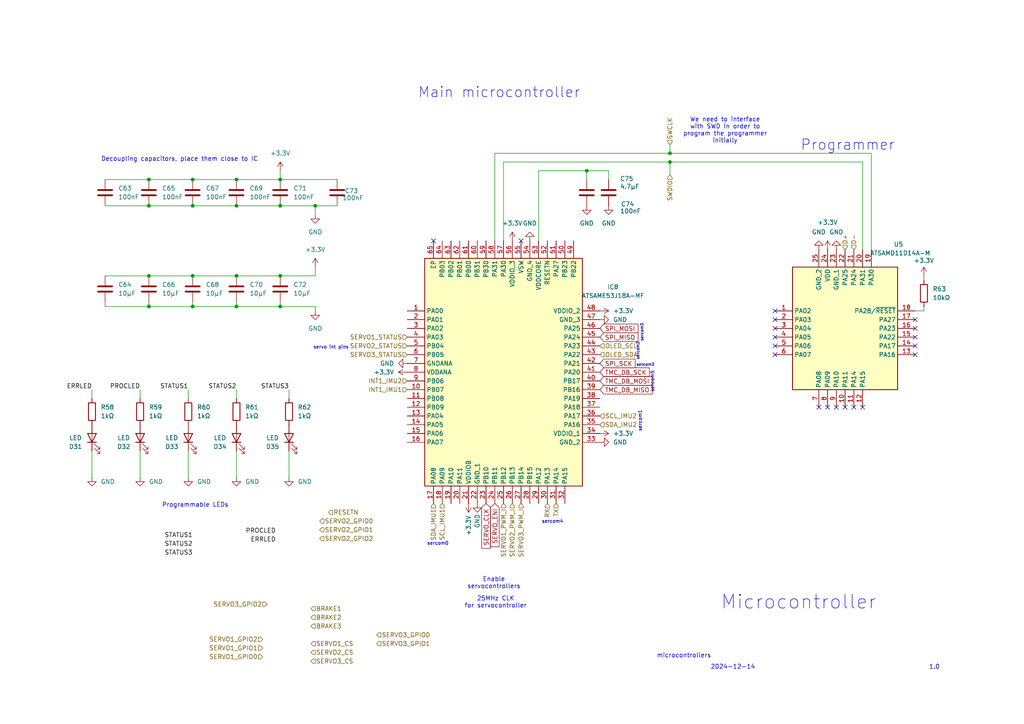
<source format=kicad_sch>
(kicad_sch (version 20231120) (generator "eeschema") (generator_version "8.0")
  (paper "A4")
  (lib_symbols
    (symbol "ATSAMD11D14A-MNT:ATSAMD11D14A-MNT"
      (property "Reference" "IC" (at 36.83 17.78 0))
      (property "Value" "ATSAMD11D14A-MNT" (at 36.83 15.24 0))
      (symbol "ATSAMD11D14A-MNT_1_1"
        (rectangle (start 5.08 12.7) (end 35.56 -22.86) (stroke (width 0.254)) (fill (type background)))
        (pin bidirectional line (at 0 0 0) (length 5.08) (name "PA02") (number "1"))
        (pin bidirectional line (at 20.32 -27.94 90) (length 5.08) (name "PA11") (number "10"))
        (pin bidirectional line (at 22.86 -27.94 90) (length 5.08) (name "PA14") (number "11"))
        (pin bidirectional line (at 25.4 -27.94 90) (length 5.08) (name "PA15") (number "12"))
        (pin bidirectional line (at 40.64 -12.7 180) (length 5.08) (name "PA16") (number "13"))
        (pin bidirectional line (at 40.64 -10.16 180) (length 5.08) (name "PA17") (number "14"))
        (pin bidirectional line (at 40.64 -7.62 180) (length 5.08) (name "PA22") (number "15"))
        (pin bidirectional line (at 40.64 -5.08 180) (length 5.08) (name "PA23") (number "16"))
        (pin bidirectional line (at 40.64 -2.54 180) (length 5.08) (name "PA27") (number "17"))
        (pin bidirectional line (at 40.64 0 180) (length 5.08) (name "PA28/~{RESET}") (number "18"))
        (pin bidirectional line (at 27.94 17.78 270) (length 5.08) (name "PA30") (number "19"))
        (pin bidirectional line (at 0 -2.54 0) (length 5.08) (name "PA03") (number "2"))
        (pin bidirectional line (at 25.4 17.78 270) (length 5.08) (name "PA31") (number "20"))
        (pin bidirectional line (at 22.86 17.78 270) (length 5.08) (name "PA24") (number "21"))
        (pin bidirectional line (at 20.32 17.78 270) (length 5.08) (name "PA25") (number "22"))
        (pin power_in line (at 17.78 17.78 270) (length 5.08) (name "GND_1") (number "23"))
        (pin bidirectional line (at 15.24 17.78 270) (length 5.08) (name "VDD") (number "24"))
        (pin power_in line (at 12.7 17.78 270) (length 5.08) (name "GND_2") (number "25"))
        (pin bidirectional line (at 0 -5.08 0) (length 5.08) (name "PA04") (number "3"))
        (pin bidirectional line (at 0 -7.62 0) (length 5.08) (name "PA05") (number "4"))
        (pin bidirectional line (at 0 -10.16 0) (length 5.08) (name "PA06") (number "5"))
        (pin bidirectional line (at 0 -12.7 0) (length 5.08) (name "PA07") (number "6"))
        (pin bidirectional line (at 12.7 -27.94 90) (length 5.08) (name "PA08") (number "7"))
        (pin bidirectional line (at 15.24 -27.94 90) (length 5.08) (name "PA09") (number "8"))
        (pin bidirectional line (at 17.78 -27.94 90) (length 5.08) (name "PA10") (number "9"))
      )
    )
    (symbol "ATSAME53J18A-MF:ATSAME53J18A-MF"
      (property "Reference" "IC" (at 52.07 20.32 0))
      (property "Value" "ATSAME53J18A-MF" (at 52.07 17.78 0))
      (symbol "ATSAME53J18A-MF_1_1"
        (rectangle (start 5.08 15.24) (end 50.8 -50.8) (stroke (width 0.254)) (fill (type background)))
        (pin passive line (at 0 0 0) (length 5.08) (name "PA00") (number "1"))
        (pin passive line (at 0 -22.86 0) (length 5.08) (name "PB07") (number "10"))
        (pin passive line (at 0 -25.4 0) (length 5.08) (name "PB08") (number "11"))
        (pin passive line (at 0 -27.94 0) (length 5.08) (name "PB09") (number "12"))
        (pin passive line (at 0 -30.48 0) (length 5.08) (name "PA04") (number "13"))
        (pin passive line (at 0 -33.02 0) (length 5.08) (name "PA05") (number "14"))
        (pin passive line (at 0 -35.56 0) (length 5.08) (name "PA06") (number "15"))
        (pin passive line (at 0 -38.1 0) (length 5.08) (name "PA07") (number "16"))
        (pin passive line (at 7.62 -55.88 90) (length 5.08) (name "PA08") (number "17"))
        (pin passive line (at 10.16 -55.88 90) (length 5.08) (name "PA09") (number "18"))
        (pin passive line (at 12.7 -55.88 90) (length 5.08) (name "PA10") (number "19"))
        (pin passive line (at 0 -2.54 0) (length 5.08) (name "PA01") (number "2"))
        (pin passive line (at 15.24 -55.88 90) (length 5.08) (name "PA11") (number "20"))
        (pin passive line (at 17.78 -55.88 90) (length 5.08) (name "VDDIOB") (number "21"))
        (pin passive line (at 20.32 -55.88 90) (length 5.08) (name "GND_1") (number "22"))
        (pin passive line (at 22.86 -55.88 90) (length 5.08) (name "PB10") (number "23"))
        (pin passive line (at 25.4 -55.88 90) (length 5.08) (name "PB11") (number "24"))
        (pin passive line (at 27.94 -55.88 90) (length 5.08) (name "PB12") (number "25"))
        (pin passive line (at 30.48 -55.88 90) (length 5.08) (name "PB13") (number "26"))
        (pin passive line (at 33.02 -55.88 90) (length 5.08) (name "PB14") (number "27"))
        (pin passive line (at 35.56 -55.88 90) (length 5.08) (name "PB15") (number "28"))
        (pin passive line (at 38.1 -55.88 90) (length 5.08) (name "PA12") (number "29"))
        (pin passive line (at 0 -5.08 0) (length 5.08) (name "PA02") (number "3"))
        (pin passive line (at 40.64 -55.88 90) (length 5.08) (name "PA13") (number "30"))
        (pin passive line (at 43.18 -55.88 90) (length 5.08) (name "PA14") (number "31"))
        (pin passive line (at 45.72 -55.88 90) (length 5.08) (name "PA15") (number "32"))
        (pin passive line (at 55.88 -38.1 180) (length 5.08) (name "GND_2") (number "33"))
        (pin passive line (at 55.88 -35.56 180) (length 5.08) (name "VDDIO_1") (number "34"))
        (pin passive line (at 55.88 -33.02 180) (length 5.08) (name "PA16") (number "35"))
        (pin passive line (at 55.88 -30.48 180) (length 5.08) (name "PA17") (number "36"))
        (pin passive line (at 55.88 -27.94 180) (length 5.08) (name "PA18") (number "37"))
        (pin passive line (at 55.88 -25.4 180) (length 5.08) (name "PA19") (number "38"))
        (pin passive line (at 55.88 -22.86 180) (length 5.08) (name "PB16") (number "39"))
        (pin passive line (at 0 -7.62 0) (length 5.08) (name "PA03") (number "4"))
        (pin passive line (at 55.88 -20.32 180) (length 5.08) (name "PB17") (number "40"))
        (pin passive line (at 55.88 -17.78 180) (length 5.08) (name "PA20") (number "41"))
        (pin passive line (at 55.88 -15.24 180) (length 5.08) (name "PA21") (number "42"))
        (pin passive line (at 55.88 -12.7 180) (length 5.08) (name "PA22") (number "43"))
        (pin passive line (at 55.88 -10.16 180) (length 5.08) (name "PA23") (number "44"))
        (pin passive line (at 55.88 -7.62 180) (length 5.08) (name "PA24") (number "45"))
        (pin passive line (at 55.88 -5.08 180) (length 5.08) (name "PA25") (number "46"))
        (pin passive line (at 55.88 -2.54 180) (length 5.08) (name "GND_3") (number "47"))
        (pin passive line (at 55.88 0 180) (length 5.08) (name "VDDIO_2") (number "48"))
        (pin passive line (at 48.26 20.32 270) (length 5.08) (name "PB22") (number "49"))
        (pin passive line (at 0 -10.16 0) (length 5.08) (name "PB04") (number "5"))
        (pin passive line (at 45.72 20.32 270) (length 5.08) (name "PB23") (number "50"))
        (pin passive line (at 43.18 20.32 270) (length 5.08) (name "PA27") (number "51"))
        (pin passive line (at 40.64 20.32 270) (length 5.08) (name "RESETN") (number "52"))
        (pin passive line (at 38.1 20.32 270) (length 5.08) (name "VDDCORE") (number "53"))
        (pin passive line (at 35.56 20.32 270) (length 5.08) (name "GND_4") (number "54"))
        (pin passive line (at 33.02 20.32 270) (length 5.08) (name "VSW") (number "55"))
        (pin passive line (at 30.48 20.32 270) (length 5.08) (name "VDDIO_3") (number "56"))
        (pin passive line (at 27.94 20.32 270) (length 5.08) (name "PA30") (number "57"))
        (pin passive line (at 25.4 20.32 270) (length 5.08) (name "PA31") (number "58"))
        (pin passive line (at 22.86 20.32 270) (length 5.08) (name "PB30") (number "59"))
        (pin passive line (at 0 -12.7 0) (length 5.08) (name "PB05") (number "6"))
        (pin passive line (at 20.32 20.32 270) (length 5.08) (name "PB31") (number "60"))
        (pin passive line (at 17.78 20.32 270) (length 5.08) (name "PB00") (number "61"))
        (pin passive line (at 15.24 20.32 270) (length 5.08) (name "PB01") (number "62"))
        (pin passive line (at 12.7 20.32 270) (length 5.08) (name "PB02") (number "63"))
        (pin passive line (at 10.16 20.32 270) (length 5.08) (name "PB03") (number "64"))
        (pin passive line (at 7.62 20.32 270) (length 5.08) (name "EP") (number "65"))
        (pin passive line (at 0 -15.24 0) (length 5.08) (name "GNDANA") (number "7"))
        (pin passive line (at 0 -17.78 0) (length 5.08) (name "VDDANA") (number "8"))
        (pin passive line (at 0 -20.32 0) (length 5.08) (name "PB06") (number "9"))
      )
    )
    (symbol "Device:C" (pin_numbers hide) (pin_names (offset 0.254))
      (property "Reference" "C" (at 0.635 2.54 0))
      (property "Value" "C" (at 0.635 -2.54 0))
      (symbol "C_0_1"
        (polyline (pts (xy -2.032 -0.762) (xy 2.032 -0.762)) (stroke (width 0.508)))
        (polyline (pts (xy -2.032 0.762) (xy 2.032 0.762)) (stroke (width 0.508)))
      )
      (symbol "C_1_1"
        (pin passive line (at 0 3.81 270) (length 2.794) (name "~") (number "1"))
        (pin passive line (at 0 -3.81 90) (length 2.794) (name "~") (number "2"))
      )
    )
    (symbol "Device:LED" (pin_numbers hide) (pin_names (offset 1.016) hide)
      (property "Reference" "D" (at 0 2.54 0))
      (property "Value" "LED" (at 0 -2.54 0))
      (symbol "LED_0_1"
        (polyline (pts (xy -1.27 -1.27) (xy -1.27 1.27)) (stroke (width 0.254)))
        (polyline (pts (xy -1.27 0) (xy 1.27 0)))
        (polyline (pts (xy 1.27 -1.27) (xy 1.27 1.27) (xy -1.27 0) (xy 1.27 -1.27)) (stroke (width 0.254)))
        (polyline (pts (xy -3.048 -0.762) (xy -4.572 -2.286) (xy -3.81 -2.286) (xy -4.572 -2.286) (xy -4.572 -1.524)))
        (polyline (pts (xy -1.778 -0.762) (xy -3.302 -2.286) (xy -2.54 -2.286) (xy -3.302 -2.286) (xy -3.302 -1.524)))
      )
      (symbol "LED_1_1"
        (pin passive line (at -3.81 0 0) (length 2.54) (name "K") (number "1"))
        (pin passive line (at 3.81 0 180) (length 2.54) (name "A") (number "2"))
      )
    )
    (symbol "Device:R" (pin_numbers hide) (pin_names (offset 0))
      (property "Reference" "R" (at 2.032 0 90))
      (property "Value" "R" (at 0 0 90))
      (symbol "R_0_1"
        (rectangle (start -1.016 -2.54) (end 1.016 2.54) (stroke (width 0.254)))
      )
      (symbol "R_1_1"
        (pin passive line (at 0 3.81 270) (length 1.27) (name "~") (number "1"))
        (pin passive line (at 0 -3.81 90) (length 1.27) (name "~") (number "2"))
      )
    )
    (symbol "power:+3.3V" (power) (pin_numbers hide) (pin_names (offset 0) hide)
      (property "Value" "+3.3V" (at 0 3.556 0))
      (symbol "+3.3V_0_1"
        (polyline (pts (xy -0.762 1.27) (xy 0 2.54)))
        (polyline (pts (xy 0 0) (xy 0 2.54)))
        (polyline (pts (xy 0 2.54) (xy 0.762 1.27)))
      )
      (symbol "+3.3V_1_1"
        (pin power_in line (at 0 0 90) (length 0) (name "~") (number "1"))
      )
    )
    (symbol "power:GND" (power) (pin_numbers hide) (pin_names (offset 0) hide)
      (property "Value" "GND" (at 0 -3.81 0))
      (symbol "GND_0_1"
        (polyline (pts (xy 0 0) (xy 0 -1.27) (xy 1.27 -1.27) (xy 0 -2.54) (xy -1.27 -1.27) (xy 0 -1.27)))
      )
      (symbol "GND_1_1"
        (pin power_in line (at 0 0 270) (length 0) (name "~") (number "1"))
      )
    )
  )
  (junction (at 68.58 80.01))
  (junction (at 170.18 49.53))
  (junction (at 194.31 44.45))
  (junction (at 68.58 52.07))
  (junction (at 81.28 80.01))
  (junction (at 43.18 80.01))
  (junction (at 68.58 88.9))
  (junction (at 55.88 59.69))
  (junction (at 55.88 52.07))
  (junction (at 43.18 59.69))
  (junction (at 194.31 46.99))
  (junction (at 43.18 88.9))
  (junction (at 81.28 52.07))
  (junction (at 68.58 59.69))
  (junction (at 91.44 59.69))
  (junction (at 43.18 52.07))
  (junction (at 81.28 59.69))
  (junction (at 55.88 88.9))
  (junction (at 81.28 88.9))
  (junction (at 55.88 80.01))
  (no_connect (at 247.65 118.11))
  (no_connect (at 125.73 69.85))
  (no_connect (at 245.11 118.11))
  (no_connect (at 265.43 102.87))
  (no_connect (at 224.79 97.79))
  (no_connect (at 151.13 69.85))
  (no_connect (at 224.79 95.25))
  (no_connect (at 224.79 102.87))
  (no_connect (at 265.43 100.33))
  (no_connect (at 265.43 95.25))
  (no_connect (at 240.03 118.11))
  (no_connect (at 265.43 92.71))
  (no_connect (at 265.43 97.79))
  (no_connect (at 224.79 100.33))
  (no_connect (at 224.79 92.71))
  (no_connect (at 237.49 118.11))
  (no_connect (at 242.57 118.11))
  (no_connect (at 250.19 118.11))
  (no_connect (at 224.79 90.17))
  (wire (pts (xy 26.67 113.03) (xy 26.67 115.57)))
  (wire (pts (xy 265.43 90.17) (xy 267.97 90.17)))
  (wire (pts (xy 40.64 113.03) (xy 40.64 115.57)))
  (wire (pts (xy 30.48 87.63) (xy 30.48 88.9)))
  (wire (pts (xy 170.18 52.07) (xy 170.18 49.53)))
  (wire (pts (xy 91.44 59.69) (xy 97.79 59.69)))
  (wire (pts (xy 55.88 87.63) (xy 55.88 88.9)))
  (wire (pts (xy 176.53 49.53) (xy 176.53 52.07)))
  (wire (pts (xy 267.97 80.01) (xy 267.97 81.28)))
  (wire (pts (xy 91.44 80.01) (xy 91.44 77.47)))
  (wire (pts (xy 55.88 80.01) (xy 68.58 80.01)))
  (wire (pts (xy 68.58 87.63) (xy 68.58 88.9)))
  (wire (pts (xy 43.18 52.07) (xy 55.88 52.07)))
  (wire (pts (xy 55.88 88.9) (xy 68.58 88.9)))
  (wire (pts (xy 54.61 113.03) (xy 54.61 115.57)))
  (wire (pts (xy 68.58 80.01) (xy 81.28 80.01)))
  (wire (pts (xy 156.21 69.85) (xy 156.21 49.53)))
  (wire (pts (xy 30.48 59.69) (xy 43.18 59.69)))
  (wire (pts (xy 68.58 52.07) (xy 81.28 52.07)))
  (wire (pts (xy 81.28 88.9) (xy 81.28 87.63)))
  (wire (pts (xy 68.58 59.69) (xy 81.28 59.69)))
  (wire (pts (xy 55.88 59.69) (xy 68.58 59.69)))
  (wire (pts (xy 91.44 62.23) (xy 91.44 59.69)))
  (wire (pts (xy 143.51 69.85) (xy 143.51 44.45)))
  (wire (pts (xy 194.31 46.99) (xy 194.31 50.8)))
  (wire (pts (xy 91.44 88.9) (xy 81.28 88.9)))
  (wire (pts (xy 194.31 44.45) (xy 252.73 44.45)))
  (wire (pts (xy 91.44 90.17) (xy 91.44 88.9)))
  (wire (pts (xy 83.82 113.03) (xy 83.82 115.57)))
  (wire (pts (xy 81.28 49.53) (xy 81.28 52.07)))
  (wire (pts (xy 170.18 49.53) (xy 176.53 49.53)))
  (wire (pts (xy 81.28 52.07) (xy 97.79 52.07)))
  (wire (pts (xy 81.28 80.01) (xy 91.44 80.01)))
  (wire (pts (xy 43.18 87.63) (xy 43.18 88.9)))
  (wire (pts (xy 54.61 138.43) (xy 54.61 130.81)))
  (wire (pts (xy 267.97 90.17) (xy 267.97 88.9)))
  (wire (pts (xy 156.21 49.53) (xy 170.18 49.53)))
  (wire (pts (xy 55.88 52.07) (xy 68.58 52.07)))
  (wire (pts (xy 146.05 46.99) (xy 146.05 69.85)))
  (wire (pts (xy 250.19 72.39) (xy 250.19 46.99)))
  (wire (pts (xy 43.18 80.01) (xy 55.88 80.01)))
  (wire (pts (xy 68.58 138.43) (xy 68.58 130.81)))
  (wire (pts (xy 91.44 59.69) (xy 81.28 59.69)))
  (wire (pts (xy 68.58 113.03) (xy 68.58 115.57)))
  (wire (pts (xy 30.48 88.9) (xy 43.18 88.9)))
  (wire (pts (xy 43.18 59.69) (xy 55.88 59.69)))
  (wire (pts (xy 26.67 138.43) (xy 26.67 130.81)))
  (wire (pts (xy 194.31 41.91) (xy 194.31 44.45)))
  (wire (pts (xy 68.58 88.9) (xy 81.28 88.9)))
  (wire (pts (xy 143.51 44.45) (xy 194.31 44.45)))
  (wire (pts (xy 194.31 46.99) (xy 250.19 46.99)))
  (wire (pts (xy 40.64 138.43) (xy 40.64 130.81)))
  (wire (pts (xy 30.48 80.01) (xy 43.18 80.01)))
  (wire (pts (xy 43.18 88.9) (xy 55.88 88.9)))
  (wire (pts (xy 83.82 138.43) (xy 83.82 130.81)))
  (wire (pts (xy 146.05 46.99) (xy 194.31 46.99)))
  (wire (pts (xy 30.48 52.07) (xy 43.18 52.07)))
  (wire (pts (xy 252.73 72.39) (xy 252.73 44.45)))
  (text "sercom1\n\n" (at 186.436 122.174 90) (effects (font (size 0.9652 0.9652))))
  (text "Main microcontroller" (at 144.78 26.924 0) (effects (font (size 3 3))))
  (text "sercom2\n\n" (at 185.674 101.854 90) (effects (font (size 0.8128 0.8128))))
  (text "1.0" (at 271.018 193.548 0) (effects (font (size 1.27 1.27))))
  (text "microcontrollers\n" (at 198.374 190.246 0) (effects (font (size 1.27 1.27))))
  (text "sercom3" (at 186.182 96.52 90) (effects (font (size 0.8128 0.8128))))
  (text "Programmable LEDs" (at 56.642 146.558 0) (effects (font (size 1.27 1.27))))
  (text "Microcontroller" (at 231.648 174.752 0) (effects (font (size 4 4))))
  (text "sercom5\n" (at 189.23 110.744 90) (effects (font (size 0.9652 0.9652))))
  (text "servo int pins\n" (at 96.012 100.838 0) (effects (font (size 0.9652 0.9652))))
  (text "We need to interface\nwith SWD in order to\nprogram the programmer\ninitially" (at 210.312 37.846 0) (effects (font (size 1.27 1.27))))
  (text "2024-12-14" (at 212.598 193.548 0) (effects (font (size 1.27 1.27))))
  (text "Enable\nservocontrollers" (at 143.256 169.164 0) (effects (font (size 1.27 1.27))))
  (text "sercom3\n" (at 187.198 105.918 0) (effects (font (size 0.8128 0.8128))))
  (text "25MHz CLK\nfor servocontroller" (at 143.764 174.752 0) (effects (font (size 1.27 1.27))))
  (text "Programmer" (at 245.872 42.164 0) (effects (font (size 3 3))))
  (text "sercom4\n" (at 160.274 151.384 0) (effects (font (size 0.9652 0.9652))))
  (text "sercom0\n" (at 127 157.734 0) (effects (font (size 0.9652 0.9652))))
  (text "Decoupling capacitors, place them close to IC" (at 52.07 46.228 0) (effects (font (size 1.27 1.27))))
  (label "STATUS2" (at 55.88 158.75 180))
  (label "PROCLED" (at 80.01 154.94 180))
  (label "PROCLED" (at 40.64 113.03 180))
  (label "STATUS2" (at 68.58 113.03 180))
  (label "ERRLED" (at 26.67 113.03 180))
  (label "ERRLED" (at 80.01 157.48 180))
  (label "STATUS1" (at 55.88 156.21 180))
  (label "STATUS3" (at 55.88 161.29 180))
  (label "STATUS3" (at 83.82 113.03 180))
  (label "STATUS1" (at 54.61 113.03 180))
  (global_label "SPI_MISO" (shape input) (at 173.99 97.79 0) (property "Intersheetrefs" "${INTERSHEET_REFS}" (effects (hide yes))))
  (global_label "SPI_SCK" (shape input) (at 173.99 105.41 0) (property "Intersheetrefs" "${INTERSHEET_REFS}" (effects (hide yes))))
  (global_label "TMC_DB_SCK" (shape input) (at 173.99 107.95 0) (property "Intersheetrefs" "${INTERSHEET_REFS}" (effects (hide yes))))
  (global_label "SPI_MOSI" (shape input) (at 173.99 95.25 0) (property "Intersheetrefs" "${INTERSHEET_REFS}" (effects (hide yes))))
  (global_label "TMC_DB_MISO" (shape input) (at 173.99 113.03 0) (property "Intersheetrefs" "${INTERSHEET_REFS}" (effects (hide yes))))
  (global_label "SERVO_CLK" (shape input) (at 140.97 146.05 270) (property "Intersheetrefs" "${INTERSHEET_REFS}" (effects (hide yes))))
  (global_label "SERVO_ENI" (shape input) (at 143.51 146.05 270) (property "Intersheetrefs" "${INTERSHEET_REFS}" (effects (hide yes))))
  (global_label "TMC_DB_MOSI" (shape input) (at 173.99 110.49 0) (property "Intersheetrefs" "${INTERSHEET_REFS}" (effects (hide yes))))
  (hierarchical_label "SERVO3_GPIO2" (shape input) (at 77.47 175.26 180))
  (hierarchical_label "SERVO2_GPIO2" (shape input) (at 92.71 156.21 0))
  (hierarchical_label "SERVO1_GPIO2" (shape input) (at 76.2 185.42 180))
  (hierarchical_label "SERVO3_CS" (shape input) (at 90.17 191.77 0))
  (hierarchical_label "SDA_IMU1" (shape input) (at 125.73 146.05 270))
  (hierarchical_label "SERVO2_CS" (shape input) (at 90.17 189.23 0))
  (hierarchical_label "SERVO1_STATUS" (shape input) (at 118.11 97.79 180))
  (hierarchical_label "D+" (shape input) (at 245.11 72.39 90))
  (hierarchical_label "BRAKE2" (shape input) (at 90.17 179.07 0))
  (hierarchical_label "RESETN" (shape input) (at 95.25 148.59 0))
  (hierarchical_label "SERVO1_GPIO1" (shape input) (at 76.2 187.96 180))
  (hierarchical_label "RX" (shape input) (at 158.75 146.05 270))
  (hierarchical_label "TX" (shape input) (at 161.29 146.05 270))
  (hierarchical_label "SERVO2_GPIO1" (shape input) (at 92.71 153.67 0))
  (hierarchical_label "BRAKE3" (shape input) (at 90.17 181.61 0))
  (hierarchical_label "SDA_IMU2" (shape input) (at 173.99 123.19 0))
  (hierarchical_label "SERVO3_GPIO1" (shape input) (at 109.22 186.69 0))
  (hierarchical_label "SWDIO" (shape input) (at 194.31 50.8 270))
  (hierarchical_label "SCL_IMU2" (shape input) (at 173.99 120.65 0))
  (hierarchical_label "SERVO2_STATUS" (shape input) (at 118.11 100.33 180))
  (hierarchical_label "BRAKE1" (shape input) (at 90.17 176.53 0))
  (hierarchical_label "SCL_IMU1" (shape input) (at 128.27 146.05 270))
  (hierarchical_label "SWCLK" (shape input) (at 194.31 41.91 90))
  (hierarchical_label "SERVO2_PWM_I" (shape input) (at 148.59 146.05 270))
  (hierarchical_label "SERVO2_GPIO0" (shape input) (at 92.71 151.13 0))
  (hierarchical_label "SERVO3_STATUS" (shape input) (at 118.11 102.87 180))
  (hierarchical_label "SERVO1_GPIO0" (shape input) (at 76.2 190.5 180))
  (hierarchical_label "D-" (shape input) (at 247.65 72.39 90))
  (hierarchical_label "INT1_IMU2" (shape input) (at 118.11 110.49 180))
  (hierarchical_label "OLED_SCL" (shape input) (at 173.99 100.33 0))
  (hierarchical_label "SERVO1_CS" (shape input) (at 90.17 186.69 0))
  (hierarchical_label "SERVO3_GPIO0" (shape input) (at 109.22 184.15 0))
  (hierarchical_label "SERVO1_PWM_I" (shape input) (at 146.05 146.05 270))
  (hierarchical_label "SERVO3_PWM_I" (shape input) (at 151.13 146.05 270))
  (hierarchical_label "OLED_SDA" (shape input) (at 173.99 102.87 0))
  (hierarchical_label "INT1_IMU1" (shape input) (at 118.11 113.03 180))
  (symbol (lib_id "Device:C") (at 30.48 55.88 0) (unit 1)
    (property "Reference" "C63" (at 34.29 54.6099 0) (effects (justify left)))
    (property "Value" "100nF" (at 34.29 57.1499 0) (effects (justify left)))
    (property "Footprint" "Capacitor_SMD:C_0603_1608Metric" (effects (hide yes)))
    (property "Description" "Unpolarized capacitor" (effects (hide yes)))
  )
  (symbol (lib_id "Device:R") (at 68.58 119.38 180) (unit 1)
    (property "Reference" "R61" (at 71.12 118.1099 0) (effects (justify right)))
    (property "Value" "1kΩ" (at 71.12 120.6499 0) (effects (justify right)))
    (property "Footprint" "Resistor_SMD:R_0603_1608Metric" (effects (hide yes)))
    (property "Description" "Resistor" (effects (hide yes)))
  )
  (symbol (lib_id "power:+3.3V") (at 148.59 69.85 0) (unit 1)
    (property "Reference" "#PWR0134" (effects (hide yes)))
    (property "Value" "+3.3V" (at 148.59 64.77 0))
    (property "Description" "Power symbol creates a global label with name \"+3.3V\"" (effects (hide yes)))
  )
  (symbol (lib_id "power:GND") (at 173.99 92.71 90) (unit 1)
    (property "Reference" "#PWR0138" (effects (hide yes)))
    (property "Value" "GND" (at 177.8 92.7099 90) (effects (justify right)))
    (property "Description" "Power symbol creates a global label with name \"GND\" , ground" (effects (hide yes)))
  )
  (symbol (lib_id "Device:C") (at 43.18 55.88 0) (unit 1)
    (property "Reference" "C65" (at 46.99 54.6099 0) (effects (justify left)))
    (property "Value" "100nF" (at 46.99 57.1499 0) (effects (justify left)))
    (property "Footprint" "Capacitor_SMD:C_0603_1608Metric" (effects (hide yes)))
    (property "Description" "Unpolarized capacitor" (effects (hide yes)))
  )
  (symbol (lib_id "power:GND") (at 91.44 62.23 0) (unit 1)
    (property "Reference" "#PWR0127" (effects (hide yes)))
    (property "Value" "GND" (at 91.44 67.31 0))
    (property "Description" "Power symbol creates a global label with name \"GND\" , ground" (effects (hide yes)))
  )
  (symbol (lib_id "Device:C") (at 68.58 83.82 0) (unit 1)
    (property "Reference" "C70" (at 72.39 82.5499 0) (effects (justify left)))
    (property "Value" "10µF" (at 72.39 85.0899 0) (effects (justify left)))
    (property "Footprint" "Capacitor_SMD:C_0603_1608Metric" (effects (hide yes)))
    (property "Description" "Unpolarized capacitor" (effects (hide yes)))
  )
  (symbol (lib_id "power:GND") (at 170.18 59.69 0) (unit 1)
    (property "Reference" "#PWR0136" (effects (hide yes)))
    (property "Value" "GND" (at 170.18 64.77 0))
    (property "Description" "Power symbol creates a global label with name \"GND\" , ground" (effects (hide yes)))
  )
  (symbol (lib_id "Device:C") (at 43.18 83.82 0) (unit 1)
    (property "Reference" "C66" (at 46.99 82.5499 0) (effects (justify left)))
    (property "Value" "10µF" (at 46.99 85.0899 0) (effects (justify left)))
    (property "Footprint" "Capacitor_SMD:C_0603_1608Metric" (effects (hide yes)))
    (property "Description" "Unpolarized capacitor" (effects (hide yes)))
  )
  (symbol (lib_id "Device:C") (at 170.18 55.88 0) (unit 1)
    (property "Reference" "C74" (at 180.086 59.182 0) (effects (justify left)))
    (property "Value" "100nF" (at 179.832 61.214 0) (effects (justify left)))
    (property "Footprint" "Capacitor_SMD:C_0603_1608Metric" (effects (hide yes)))
    (property "Description" "Unpolarized capacitor" (effects (hide yes)))
  )
  (symbol (lib_id "Device:LED") (at 68.58 127 90) (unit 1)
    (property "Reference" "D34" (at 63.8175 129.54 90))
    (property "Value" "LED" (at 63.8175 127 90))
    (property "Footprint" "Diode_SMD:D_0603_1608Metric" (effects (hide yes)))
    (property "Description" "Light emitting diode" (effects (hide yes)))
  )
  (symbol (lib_id "Device:LED") (at 54.61 127 90) (unit 1)
    (property "Reference" "D33" (at 49.8475 129.54 90))
    (property "Value" "LED" (at 49.8475 127 90))
    (property "Footprint" "Diode_SMD:D_0603_1608Metric" (effects (hide yes)))
    (property "Description" "Light emitting diode" (effects (hide yes)))
  )
  (symbol (lib_id "Device:C") (at 55.88 55.88 0) (unit 1)
    (property "Reference" "C67" (at 59.69 54.6099 0) (effects (justify left)))
    (property "Value" "100nF" (at 59.69 57.1499 0) (effects (justify left)))
    (property "Footprint" "Capacitor_SMD:C_0603_1608Metric" (effects (hide yes)))
    (property "Description" "Unpolarized capacitor" (effects (hide yes)))
  )
  (symbol (lib_id "Device:C") (at 176.53 55.88 0) (unit 1)
    (property "Reference" "C75" (at 179.832 51.816 0) (effects (justify left)))
    (property "Value" "4.7µF" (at 179.832 54.102 0) (effects (justify left)))
    (property "Footprint" "Capacitor_SMD:C_0603_1608Metric" (effects (hide yes)))
    (property "Description" "Unpolarized capacitor" (effects (hide yes)))
  )
  (symbol (lib_id "Device:C") (at 81.28 55.88 0) (unit 1)
    (property "Reference" "C71" (at 85.09 54.6099 0) (effects (justify left)))
    (property "Value" "100nF" (at 85.09 57.1499 0) (effects (justify left)))
    (property "Footprint" "Capacitor_SMD:C_0603_1608Metric" (effects (hide yes)))
    (property "Description" "Unpolarized capacitor" (effects (hide yes)))
  )
  (symbol (lib_id "power:+3.3V") (at 173.99 90.17 270) (unit 1)
    (property "Reference" "#PWR0137" (effects (hide yes)))
    (property "Value" "+3.3V" (at 177.8 90.1699 90) (effects (justify left)))
    (property "Description" "Power symbol creates a global label with name \"+3.3V\"" (effects (hide yes)))
  )
  (symbol (lib_id "Device:C") (at 68.58 55.88 0) (unit 1)
    (property "Reference" "C69" (at 72.39 54.6099 0) (effects (justify left)))
    (property "Value" "100nF" (at 72.39 57.1499 0) (effects (justify left)))
    (property "Footprint" "Capacitor_SMD:C_0603_1608Metric" (effects (hide yes)))
    (property "Description" "Unpolarized capacitor" (effects (hide yes)))
  )
  (symbol (lib_id "Device:LED") (at 26.67 127 90) (unit 1)
    (property "Reference" "D31" (at 21.9075 129.54 90))
    (property "Value" "LED" (at 21.9075 127 90))
    (property "Footprint" "Diode_SMD:D_0603_1608Metric" (effects (hide yes)))
    (property "Description" "Light emitting diode" (effects (hide yes)))
  )
  (symbol (lib_id "Device:C") (at 97.79 55.88 0) (mirror y) (unit 1)
    (property "Reference" "C73" (at 103.886 55.372 0) (effects (justify left)))
    (property "Value" "100nF" (at 105.41 57.404 0) (effects (justify left)))
    (property "Footprint" "Capacitor_SMD:C_0603_1608Metric" (effects (hide yes)))
    (property "Description" "Unpolarized capacitor" (effects (hide yes)))
  )
  (symbol (lib_id "Device:R") (at 54.61 119.38 180) (unit 1)
    (property "Reference" "R60" (at 57.15 118.1099 0) (effects (justify right)))
    (property "Value" "1kΩ" (at 57.15 120.6499 0) (effects (justify right)))
    (property "Footprint" "Resistor_SMD:R_0603_1608Metric" (effects (hide yes)))
    (property "Description" "Resistor" (effects (hide yes)))
  )
  (symbol (lib_id "Device:R") (at 83.82 119.38 180) (unit 1)
    (property "Reference" "R62" (at 86.36 118.1099 0) (effects (justify right)))
    (property "Value" "1kΩ" (at 86.36 120.6499 0) (effects (justify right)))
    (property "Footprint" "Resistor_SMD:R_0603_1608Metric" (effects (hide yes)))
    (property "Description" "Resistor" (effects (hide yes)))
  )
  (symbol (lib_id "power:GND") (at 91.44 90.17 0) (unit 1)
    (property "Reference" "#PWR0129" (effects (hide yes)))
    (property "Value" "GND" (at 91.44 95.25 0))
    (property "Description" "Power symbol creates a global label with name \"GND\" , ground" (effects (hide yes)))
  )
  (symbol (lib_id "Device:C") (at 30.48 83.82 0) (unit 1)
    (property "Reference" "C64" (at 34.29 82.5499 0) (effects (justify left)))
    (property "Value" "10µF" (at 34.29 85.0899 0) (effects (justify left)))
    (property "Footprint" "Capacitor_SMD:C_0603_1608Metric" (effects (hide yes)))
    (property "Description" "Unpolarized capacitor" (effects (hide yes)))
  )
  (symbol (lib_id "power:GND") (at 26.67 138.43 0) (unit 1)
    (property "Reference" "#PWR0121" (effects (hide yes)))
    (property "Value" "GND" (at 29.21 139.6999 0) (effects (justify left)))
    (property "Description" "Power symbol creates a global label with name \"GND\" , ground" (effects (hide yes)))
  )
  (symbol (lib_id "power:+3.3V") (at 81.28 49.53 0) (unit 1)
    (property "Reference" "#PWR0125" (effects (hide yes)))
    (property "Value" "+3.3V" (at 81.28 44.45 0))
    (property "Description" "Power symbol creates a global label with name \"+3.3V\"" (effects (hide yes)))
  )
  (symbol (lib_id "Device:C") (at 55.88 83.82 0) (unit 1)
    (property "Reference" "C68" (at 59.69 82.5499 0) (effects (justify left)))
    (property "Value" "10µF" (at 59.69 85.0899 0) (effects (justify left)))
    (property "Footprint" "Capacitor_SMD:C_0603_1608Metric" (effects (hide yes)))
    (property "Description" "Unpolarized capacitor" (effects (hide yes)))
  )
  (symbol (lib_id "power:GND") (at 68.58 138.43 0) (unit 1)
    (property "Reference" "#PWR0124" (effects (hide yes)))
    (property "Value" "GND" (at 71.12 139.6999 0) (effects (justify left)))
    (property "Description" "Power symbol creates a global label with name \"GND\" , ground" (effects (hide yes)))
  )
  (symbol (lib_id "ATSAMD11D14A-MNT:ATSAMD11D14A-MNT") (at 224.79 90.17 0) (unit 1)
    (property "Reference" "U5" (at 260.604 70.866 0))
    (property "Value" "ATSAMD11D14A-M" (at 261.112 73.406 0))
    (property "Footprint" "kuben-footprints:QFN50P400X400X90-25N-D" (effects (hide yes)))
    (property "Datasheet" "http://ww1.microchip.com/downloads/en/devicedoc/atmel-42363-sam-d11_datasheet.pdf" (effects (hide yes)))
    (property "Description" "ARM Microcontrollers - MCU Cortex-M0+, 16KB FLASH,4KB SRAM, USB - 24 QFN,105C, GREEN,1.6-3.6V,48MHz,USB" (effects (hide yes)))
    (property "Height" "0.9" (effects (hide yes)))
    (property "Mouser Part Number" "556-ATSAMD11D14A-MNT" (effects (hide yes)))
    (property "Mouser Price/Stock" "https://www.mouser.co.uk/ProductDetail/Microchip-Technology/ATSAMD11D14A-MNT?qs=TUMPge1mmM4EmPH0BaBkuQ%3D%3D" (effects (hide yes)))
    (property "Manufacturer_Name" "Microchip" (effects (hide yes)))
    (property "Manufacturer_Part_Number" "ATSAMD11D14A-MNT" (effects (hide yes)))
  )
  (symbol (lib_id "power:GND") (at 237.49 72.39 180) (unit 1)
    (property "Reference" "#PWR0142" (effects (hide yes)))
    (property "Value" "GND" (at 237.49 67.31 0))
    (property "Description" "Power symbol creates a global label with name \"GND\" , ground" (effects (hide yes)))
  )
  (symbol (lib_id "Device:R") (at 26.67 119.38 180) (unit 1)
    (property "Reference" "R58" (at 29.21 118.1099 0) (effects (justify right)))
    (property "Value" "1kΩ" (at 29.21 120.6499 0) (effects (justify right)))
    (property "Footprint" "Resistor_SMD:R_0603_1608Metric" (effects (hide yes)))
    (property "Description" "Resistor" (effects (hide yes)))
  )
  (symbol (lib_id "Device:R") (at 40.64 119.38 180) (unit 1)
    (property "Reference" "R59" (at 43.18 118.1099 0) (effects (justify right)))
    (property "Value" "1kΩ" (at 43.18 120.6499 0) (effects (justify right)))
    (property "Footprint" "Resistor_SMD:R_0603_1608Metric" (effects (hide yes)))
    (property "Description" "Resistor" (effects (hide yes)))
  )
  (symbol (lib_id "power:+3.3V") (at 91.44 77.47 0) (unit 1)
    (property "Reference" "#PWR0128" (effects (hide yes)))
    (property "Value" "+3.3V" (at 91.44 72.39 0))
    (property "Description" "Power symbol creates a global label with name \"+3.3V\"" (effects (hide yes)))
  )
  (symbol (lib_id "power:GND") (at 83.82 138.43 0) (unit 1)
    (property "Reference" "#PWR0126" (effects (hide yes)))
    (property "Value" "GND" (at 86.36 139.6999 0) (effects (justify left)))
    (property "Description" "Power symbol creates a global label with name \"GND\" , ground" (effects (hide yes)))
  )
  (symbol (lib_id "power:GND") (at 153.67 69.85 180) (unit 1)
    (property "Reference" "#PWR0135" (effects (hide yes)))
    (property "Value" "GND" (at 153.67 64.77 0))
    (property "Description" "Power symbol creates a global label with name \"GND\" , ground" (effects (hide yes)))
  )
  (symbol (lib_id "ATSAME53J18A-MF:ATSAME53J18A-MF") (at 118.11 90.17 0) (unit 1)
    (property "Reference" "IC8" (at 177.8 83.2355 0))
    (property "Value" "ATSAME53J18A-MF" (at 177.8 85.7755 0))
    (property "Footprint" "kuben-footprints:QFN50P900X900X100-65N-D" (effects (hide yes)))
    (property "Datasheet" "http://www.microchip.com/mymicrochip/filehandler.aspx?ddocname=en599585" (effects (hide yes)))
    (property "Description" "ARM Microcontrollers - MCU 120MHZ 256KB Flash 64 QFN PKG inTray 125CTemp" (effects (hide yes)))
    (property "Description_1" "ARM Microcontrollers - MCU 120MHZ 256KB Flash 64 QFN PKG inTray 125CTemp" (effects (hide yes)))
    (property "Height" "1" (effects (hide yes)))
    (property "Manufacturer_Name" "Microchip" (effects (hide yes)))
    (property "Manufacturer_Part_Number" "ATSAME53J18A-MF" (effects (hide yes)))
    (property "Mouser Part Number" "556-ATSAME53J18A-MF" (effects (hide yes)))
    (property "Mouser Price/Stock" "https://www.mouser.co.uk/ProductDetail/Microchip-Technology/ATSAME53J18A-MF?qs=y6ZabgHbY%252Bx%252BZfU%252BT4hn9g%3D%3D" (effects (hide yes)))
  )
  (symbol (lib_id "power:GND") (at 138.43 146.05 0) (unit 1)
    (property "Reference" "#PWR0133" (effects (hide yes)))
    (property "Value" "GND" (at 138.43 151.13 90))
    (property "Description" "Power symbol creates a global label with name \"GND\" , ground" (effects (hide yes)))
  )
  (symbol (lib_id "Device:C") (at 81.28 83.82 0) (unit 1)
    (property "Reference" "C72" (at 85.09 82.5499 0) (effects (justify left)))
    (property "Value" "10µF" (at 85.09 85.0899 0) (effects (justify left)))
    (property "Footprint" "Capacitor_SMD:C_0603_1608Metric" (effects (hide yes)))
    (property "Description" "Unpolarized capacitor" (effects (hide yes)))
  )
  (symbol (lib_id "Device:R") (at 267.97 85.09 180) (unit 1)
    (property "Reference" "R63" (at 270.51 83.8199 0) (effects (justify right)))
    (property "Value" "10kΩ" (at 270.51 86.3599 0) (effects (justify right)))
    (property "Footprint" "Resistor_SMD:R_0603_1608Metric" (effects (hide yes)))
    (property "Description" "Resistor" (effects (hide yes)))
  )
  (symbol (lib_id "power:+3.3V") (at 267.97 80.01 0) (unit 1)
    (property "Reference" "#PWR0145" (effects (hide yes)))
    (property "Value" "+3.3V" (at 267.97 75.565 0))
    (property "Description" "Power symbol creates a global label with name \"+3.3V\"" (effects (hide yes)))
  )
  (symbol (lib_id "power:+3.3V") (at 240.03 72.39 0) (unit 1)
    (property "Reference" "#PWR0143" (effects (hide yes)))
    (property "Value" "+3.3V" (at 240.03 64.516 0))
    (property "Description" "Power symbol creates a global label with name \"+3.3V\"" (effects (hide yes)))
  )
  (symbol (lib_id "Device:LED") (at 40.64 127 90) (unit 1)
    (property "Reference" "D32" (at 35.8775 129.54 90))
    (property "Value" "LED" (at 35.8775 127 90))
    (property "Footprint" "Diode_SMD:D_0603_1608Metric" (effects (hide yes)))
    (property "Description" "Light emitting diode" (effects (hide yes)))
  )
  (symbol (lib_id "power:GND") (at 40.64 138.43 0) (unit 1)
    (property "Reference" "#PWR0122" (effects (hide yes)))
    (property "Value" "GND" (at 43.18 139.6999 0) (effects (justify left)))
    (property "Description" "Power symbol creates a global label with name \"GND\" , ground" (effects (hide yes)))
  )
  (symbol (lib_id "power:+3.3V") (at 118.11 107.95 90) (unit 1)
    (property "Reference" "#PWR0131" (effects (hide yes)))
    (property "Value" "+3.3V" (at 114.3 107.9499 90) (effects (justify left)))
    (property "Description" "Power symbol creates a global label with name \"+3.3V\"" (effects (hide yes)))
  )
  (symbol (lib_id "Device:LED") (at 83.82 127 90) (unit 1)
    (property "Reference" "D35" (at 79.0575 129.54 90))
    (property "Value" "LED" (at 79.0575 127 90))
    (property "Footprint" "Diode_SMD:D_0603_1608Metric" (effects (hide yes)))
    (property "Description" "Light emitting diode" (effects (hide yes)))
  )
  (symbol (lib_id "power:GND") (at 176.53 59.69 0) (unit 1)
    (property "Reference" "#PWR0141" (effects (hide yes)))
    (property "Value" "GND" (at 176.53 64.77 0))
    (property "Description" "Power symbol creates a global label with name \"GND\" , ground" (effects (hide yes)))
  )
  (symbol (lib_id "power:GND") (at 54.61 138.43 0) (unit 1)
    (property "Reference" "#PWR0123" (effects (hide yes)))
    (property "Value" "GND" (at 57.15 139.6999 0) (effects (justify left)))
    (property "Description" "Power symbol creates a global label with name \"GND\" , ground" (effects (hide yes)))
  )
  (symbol (lib_id "power:+3.3V") (at 135.89 146.05 180) (unit 1)
    (property "Reference" "#PWR0132" (effects (hide yes)))
    (property "Value" "+3.3V" (at 135.89 152.4 90))
    (property "Description" "Power symbol creates a global label with name \"+3.3V\"" (effects (hide yes)))
  )
  (symbol (lib_id "power:GND") (at 118.11 105.41 270) (unit 1)
    (property "Reference" "#PWR0130" (effects (hide yes)))
    (property "Value" "GND" (at 114.3 105.4099 90) (effects (justify right)))
    (property "Description" "Power symbol creates a global label with name \"GND\" , ground" (effects (hide yes)))
  )
  (symbol (lib_id "power:GND") (at 242.57 72.39 180) (unit 1)
    (property "Reference" "#PWR0144" (effects (hide yes)))
    (property "Value" "GND" (at 242.57 67.31 0))
    (property "Description" "Power symbol creates a global label with name \"GND\" , ground" (effects (hide yes)))
  )
  (symbol (lib_id "power:GND") (at 173.99 128.27 90) (unit 1)
    (property "Reference" "#PWR0140" (effects (hide yes)))
    (property "Value" "GND" (at 177.8 128.2699 90) (effects (justify right)))
    (property "Description" "Power symbol creates a global label with name \"GND\" , ground" (effects (hide yes)))
  )
  (symbol (lib_id "power:+3.3V") (at 173.99 125.73 270) (unit 1)
    (property "Reference" "#PWR0139" (effects (hide yes)))
    (property "Value" "+3.3V" (at 177.8 125.7299 90) (effects (justify left)))
    (property "Description" "Power symbol creates a global label with name \"+3.3V\"" (effects (hide yes)))
  )
)
</source>
